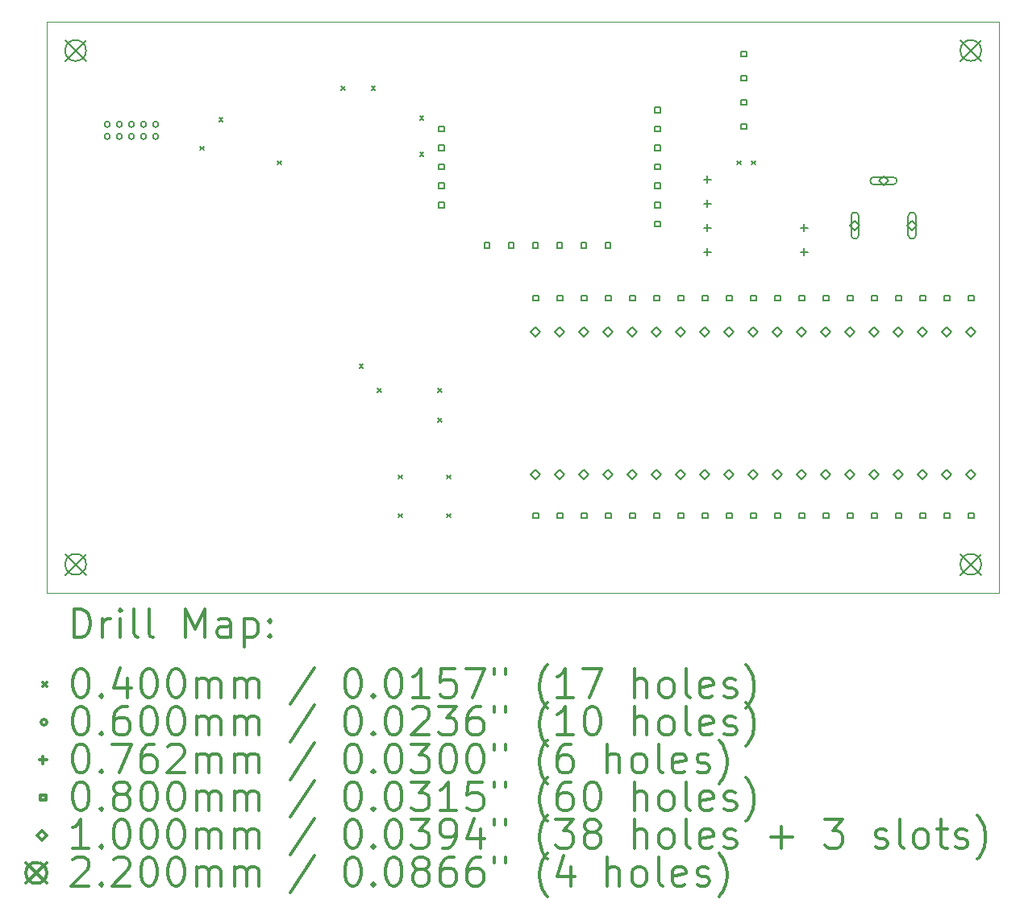
<source format=gbr>
%FSLAX45Y45*%
G04 Gerber Fmt 4.5, Leading zero omitted, Abs format (unit mm)*
G04 Created by KiCad (PCBNEW 5.1.10) date 2021-11-28 23:53:14*
%MOMM*%
%LPD*%
G01*
G04 APERTURE LIST*
%TA.AperFunction,Profile*%
%ADD10C,0.050000*%
%TD*%
%ADD11C,0.200000*%
%ADD12C,0.300000*%
G04 APERTURE END LIST*
D10*
X7936500Y-5809500D02*
X17936500Y-5809500D01*
X17936500Y-5809500D02*
X17936500Y-11809500D01*
X17936500Y-11809500D02*
X7936500Y-11809500D01*
X7936500Y-11809500D02*
X7936500Y-5809500D01*
D11*
X9542100Y-7115900D02*
X9582100Y-7155900D01*
X9582100Y-7115900D02*
X9542100Y-7155900D01*
X9742500Y-6813900D02*
X9782500Y-6853900D01*
X9782500Y-6813900D02*
X9742500Y-6853900D01*
X10354900Y-7268300D02*
X10394900Y-7308300D01*
X10394900Y-7268300D02*
X10354900Y-7308300D01*
X11025500Y-6484000D02*
X11065500Y-6524000D01*
X11065500Y-6484000D02*
X11025500Y-6524000D01*
X11216000Y-9405000D02*
X11256000Y-9445000D01*
X11256000Y-9405000D02*
X11216000Y-9445000D01*
X11343000Y-6484000D02*
X11383000Y-6524000D01*
X11383000Y-6484000D02*
X11343000Y-6524000D01*
X11406500Y-9659000D02*
X11446500Y-9699000D01*
X11446500Y-9659000D02*
X11406500Y-9699000D01*
X11624900Y-10570300D02*
X11664900Y-10610300D01*
X11664900Y-10570300D02*
X11624900Y-10610300D01*
X11624900Y-10976700D02*
X11664900Y-11016700D01*
X11664900Y-10976700D02*
X11624900Y-11016700D01*
X11851000Y-6801500D02*
X11891000Y-6841500D01*
X11891000Y-6801500D02*
X11851000Y-6841500D01*
X11851000Y-7182500D02*
X11891000Y-7222500D01*
X11891000Y-7182500D02*
X11851000Y-7222500D01*
X12041500Y-9659000D02*
X12081500Y-9699000D01*
X12081500Y-9659000D02*
X12041500Y-9699000D01*
X12041500Y-9976500D02*
X12081500Y-10016500D01*
X12081500Y-9976500D02*
X12041500Y-10016500D01*
X12132900Y-10570300D02*
X12172900Y-10610300D01*
X12172900Y-10570300D02*
X12132900Y-10610300D01*
X12132900Y-10976700D02*
X12172900Y-11016700D01*
X12172900Y-10976700D02*
X12132900Y-11016700D01*
X15180900Y-7268300D02*
X15220900Y-7308300D01*
X15220900Y-7268300D02*
X15180900Y-7308300D01*
X15333300Y-7268300D02*
X15373300Y-7308300D01*
X15373300Y-7268300D02*
X15333300Y-7308300D01*
X8599000Y-6885000D02*
G75*
G03*
X8599000Y-6885000I-30000J0D01*
G01*
X8599000Y-7012000D02*
G75*
G03*
X8599000Y-7012000I-30000J0D01*
G01*
X8726000Y-6885000D02*
G75*
G03*
X8726000Y-6885000I-30000J0D01*
G01*
X8726000Y-7012000D02*
G75*
G03*
X8726000Y-7012000I-30000J0D01*
G01*
X8853000Y-6885000D02*
G75*
G03*
X8853000Y-6885000I-30000J0D01*
G01*
X8853000Y-7012000D02*
G75*
G03*
X8853000Y-7012000I-30000J0D01*
G01*
X8980000Y-6885000D02*
G75*
G03*
X8980000Y-6885000I-30000J0D01*
G01*
X8980000Y-7012000D02*
G75*
G03*
X8980000Y-7012000I-30000J0D01*
G01*
X9107000Y-6885000D02*
G75*
G03*
X9107000Y-6885000I-30000J0D01*
G01*
X9107000Y-7012000D02*
G75*
G03*
X9107000Y-7012000I-30000J0D01*
G01*
X14870700Y-7428000D02*
X14870700Y-7504200D01*
X14832600Y-7466100D02*
X14908800Y-7466100D01*
X14870700Y-7682000D02*
X14870700Y-7758200D01*
X14832600Y-7720100D02*
X14908800Y-7720100D01*
X14870700Y-7936000D02*
X14870700Y-8012200D01*
X14832600Y-7974100D02*
X14908800Y-7974100D01*
X14870700Y-8190000D02*
X14870700Y-8266200D01*
X14832600Y-8228100D02*
X14908800Y-8228100D01*
X15886700Y-7936000D02*
X15886700Y-8012200D01*
X15848600Y-7974100D02*
X15924800Y-7974100D01*
X15886700Y-8190000D02*
X15886700Y-8266200D01*
X15848600Y-8228100D02*
X15924800Y-8228100D01*
X12105084Y-6960285D02*
X12105084Y-6903716D01*
X12048515Y-6903716D01*
X12048515Y-6960285D01*
X12105084Y-6960285D01*
X12105084Y-7160285D02*
X12105084Y-7103716D01*
X12048515Y-7103716D01*
X12048515Y-7160285D01*
X12105084Y-7160285D01*
X12105084Y-7360285D02*
X12105084Y-7303716D01*
X12048515Y-7303716D01*
X12048515Y-7360285D01*
X12105084Y-7360285D01*
X12105084Y-7560285D02*
X12105084Y-7503716D01*
X12048515Y-7503716D01*
X12048515Y-7560285D01*
X12105084Y-7560285D01*
X12105084Y-7760285D02*
X12105084Y-7703716D01*
X12048515Y-7703716D01*
X12048515Y-7760285D01*
X12105084Y-7760285D01*
X12585084Y-8183285D02*
X12585084Y-8126716D01*
X12528515Y-8126716D01*
X12528515Y-8183285D01*
X12585084Y-8183285D01*
X12839084Y-8183285D02*
X12839084Y-8126716D01*
X12782515Y-8126716D01*
X12782515Y-8183285D01*
X12839084Y-8183285D01*
X13093084Y-8183285D02*
X13093084Y-8126716D01*
X13036515Y-8126716D01*
X13036515Y-8183285D01*
X13093084Y-8183285D01*
X13095584Y-8738985D02*
X13095584Y-8682416D01*
X13039015Y-8682416D01*
X13039015Y-8738985D01*
X13095584Y-8738985D01*
X13095584Y-11024985D02*
X13095584Y-10968416D01*
X13039015Y-10968416D01*
X13039015Y-11024985D01*
X13095584Y-11024985D01*
X13347084Y-8183285D02*
X13347084Y-8126716D01*
X13290515Y-8126716D01*
X13290515Y-8183285D01*
X13347084Y-8183285D01*
X13349584Y-8738985D02*
X13349584Y-8682416D01*
X13293015Y-8682416D01*
X13293015Y-8738985D01*
X13349584Y-8738985D01*
X13349584Y-11024985D02*
X13349584Y-10968416D01*
X13293015Y-10968416D01*
X13293015Y-11024985D01*
X13349584Y-11024985D01*
X13601084Y-8183285D02*
X13601084Y-8126716D01*
X13544515Y-8126716D01*
X13544515Y-8183285D01*
X13601084Y-8183285D01*
X13603584Y-8738985D02*
X13603584Y-8682416D01*
X13547015Y-8682416D01*
X13547015Y-8738985D01*
X13603584Y-8738985D01*
X13603584Y-11024985D02*
X13603584Y-10968416D01*
X13547015Y-10968416D01*
X13547015Y-11024985D01*
X13603584Y-11024985D01*
X13855084Y-8183285D02*
X13855084Y-8126716D01*
X13798515Y-8126716D01*
X13798515Y-8183285D01*
X13855084Y-8183285D01*
X13857584Y-8738985D02*
X13857584Y-8682416D01*
X13801015Y-8682416D01*
X13801015Y-8738985D01*
X13857584Y-8738985D01*
X13857584Y-11024985D02*
X13857584Y-10968416D01*
X13801015Y-10968416D01*
X13801015Y-11024985D01*
X13857584Y-11024985D01*
X14111584Y-8738985D02*
X14111584Y-8682416D01*
X14055015Y-8682416D01*
X14055015Y-8738985D01*
X14111584Y-8738985D01*
X14111584Y-11024985D02*
X14111584Y-10968416D01*
X14055015Y-10968416D01*
X14055015Y-11024985D01*
X14111584Y-11024985D01*
X14365584Y-8738985D02*
X14365584Y-8682416D01*
X14309015Y-8682416D01*
X14309015Y-8738985D01*
X14365584Y-8738985D01*
X14365584Y-11024985D02*
X14365584Y-10968416D01*
X14309015Y-10968416D01*
X14309015Y-11024985D01*
X14365584Y-11024985D01*
X14375084Y-6760285D02*
X14375084Y-6703716D01*
X14318515Y-6703716D01*
X14318515Y-6760285D01*
X14375084Y-6760285D01*
X14375084Y-6960285D02*
X14375084Y-6903716D01*
X14318515Y-6903716D01*
X14318515Y-6960285D01*
X14375084Y-6960285D01*
X14375084Y-7160285D02*
X14375084Y-7103716D01*
X14318515Y-7103716D01*
X14318515Y-7160285D01*
X14375084Y-7160285D01*
X14375084Y-7360285D02*
X14375084Y-7303716D01*
X14318515Y-7303716D01*
X14318515Y-7360285D01*
X14375084Y-7360285D01*
X14375084Y-7560285D02*
X14375084Y-7503716D01*
X14318515Y-7503716D01*
X14318515Y-7560285D01*
X14375084Y-7560285D01*
X14375084Y-7760285D02*
X14375084Y-7703716D01*
X14318515Y-7703716D01*
X14318515Y-7760285D01*
X14375084Y-7760285D01*
X14375084Y-7960285D02*
X14375084Y-7903716D01*
X14318515Y-7903716D01*
X14318515Y-7960285D01*
X14375084Y-7960285D01*
X14619584Y-8738985D02*
X14619584Y-8682416D01*
X14563015Y-8682416D01*
X14563015Y-8738985D01*
X14619584Y-8738985D01*
X14619584Y-11024985D02*
X14619584Y-10968416D01*
X14563015Y-10968416D01*
X14563015Y-11024985D01*
X14619584Y-11024985D01*
X14873584Y-8738985D02*
X14873584Y-8682416D01*
X14817015Y-8682416D01*
X14817015Y-8738985D01*
X14873584Y-8738985D01*
X14873584Y-11024985D02*
X14873584Y-10968416D01*
X14817015Y-10968416D01*
X14817015Y-11024985D01*
X14873584Y-11024985D01*
X15127584Y-8738985D02*
X15127584Y-8682416D01*
X15071015Y-8682416D01*
X15071015Y-8738985D01*
X15127584Y-8738985D01*
X15127584Y-11024985D02*
X15127584Y-10968416D01*
X15071015Y-10968416D01*
X15071015Y-11024985D01*
X15127584Y-11024985D01*
X15279984Y-6173584D02*
X15279984Y-6117015D01*
X15223415Y-6117015D01*
X15223415Y-6173584D01*
X15279984Y-6173584D01*
X15279984Y-6427584D02*
X15279984Y-6371015D01*
X15223415Y-6371015D01*
X15223415Y-6427584D01*
X15279984Y-6427584D01*
X15279984Y-6681584D02*
X15279984Y-6625015D01*
X15223415Y-6625015D01*
X15223415Y-6681584D01*
X15279984Y-6681584D01*
X15279984Y-6935584D02*
X15279984Y-6879015D01*
X15223415Y-6879015D01*
X15223415Y-6935584D01*
X15279984Y-6935584D01*
X15381584Y-8738985D02*
X15381584Y-8682416D01*
X15325015Y-8682416D01*
X15325015Y-8738985D01*
X15381584Y-8738985D01*
X15381584Y-11024985D02*
X15381584Y-10968416D01*
X15325015Y-10968416D01*
X15325015Y-11024985D01*
X15381584Y-11024985D01*
X15635584Y-8738985D02*
X15635584Y-8682416D01*
X15579015Y-8682416D01*
X15579015Y-8738985D01*
X15635584Y-8738985D01*
X15635584Y-11024985D02*
X15635584Y-10968416D01*
X15579015Y-10968416D01*
X15579015Y-11024985D01*
X15635584Y-11024985D01*
X15889584Y-8738985D02*
X15889584Y-8682416D01*
X15833015Y-8682416D01*
X15833015Y-8738985D01*
X15889584Y-8738985D01*
X15889584Y-11024985D02*
X15889584Y-10968416D01*
X15833015Y-10968416D01*
X15833015Y-11024985D01*
X15889584Y-11024985D01*
X16143584Y-8738985D02*
X16143584Y-8682416D01*
X16087015Y-8682416D01*
X16087015Y-8738985D01*
X16143584Y-8738985D01*
X16143584Y-11024985D02*
X16143584Y-10968416D01*
X16087015Y-10968416D01*
X16087015Y-11024985D01*
X16143584Y-11024985D01*
X16397584Y-8738985D02*
X16397584Y-8682416D01*
X16341015Y-8682416D01*
X16341015Y-8738985D01*
X16397584Y-8738985D01*
X16397584Y-11024985D02*
X16397584Y-10968416D01*
X16341015Y-10968416D01*
X16341015Y-11024985D01*
X16397584Y-11024985D01*
X16651584Y-8738985D02*
X16651584Y-8682416D01*
X16595015Y-8682416D01*
X16595015Y-8738985D01*
X16651584Y-8738985D01*
X16651584Y-11024985D02*
X16651584Y-10968416D01*
X16595015Y-10968416D01*
X16595015Y-11024985D01*
X16651584Y-11024985D01*
X16905585Y-8738985D02*
X16905585Y-8682416D01*
X16849016Y-8682416D01*
X16849016Y-8738985D01*
X16905585Y-8738985D01*
X16905585Y-11024985D02*
X16905585Y-10968416D01*
X16849016Y-10968416D01*
X16849016Y-11024985D01*
X16905585Y-11024985D01*
X17159585Y-8738985D02*
X17159585Y-8682416D01*
X17103016Y-8682416D01*
X17103016Y-8738985D01*
X17159585Y-8738985D01*
X17159585Y-11024985D02*
X17159585Y-10968416D01*
X17103016Y-10968416D01*
X17103016Y-11024985D01*
X17159585Y-11024985D01*
X17413585Y-8738985D02*
X17413585Y-8682416D01*
X17357016Y-8682416D01*
X17357016Y-8738985D01*
X17413585Y-8738985D01*
X17413585Y-11024985D02*
X17413585Y-10968416D01*
X17357016Y-10968416D01*
X17357016Y-11024985D01*
X17413585Y-11024985D01*
X17667585Y-8738985D02*
X17667585Y-8682416D01*
X17611016Y-8682416D01*
X17611016Y-8738985D01*
X17667585Y-8738985D01*
X17667585Y-11024985D02*
X17667585Y-10968416D01*
X17611016Y-10968416D01*
X17611016Y-11024985D01*
X17667585Y-11024985D01*
X13067300Y-9116300D02*
X13117300Y-9066300D01*
X13067300Y-9016300D01*
X13017300Y-9066300D01*
X13067300Y-9116300D01*
X13067300Y-10618000D02*
X13117300Y-10568000D01*
X13067300Y-10518000D01*
X13017300Y-10568000D01*
X13067300Y-10618000D01*
X13321300Y-9116300D02*
X13371300Y-9066300D01*
X13321300Y-9016300D01*
X13271300Y-9066300D01*
X13321300Y-9116300D01*
X13321300Y-10618000D02*
X13371300Y-10568000D01*
X13321300Y-10518000D01*
X13271300Y-10568000D01*
X13321300Y-10618000D01*
X13575300Y-9116300D02*
X13625300Y-9066300D01*
X13575300Y-9016300D01*
X13525300Y-9066300D01*
X13575300Y-9116300D01*
X13575300Y-10618000D02*
X13625300Y-10568000D01*
X13575300Y-10518000D01*
X13525300Y-10568000D01*
X13575300Y-10618000D01*
X13829300Y-9116300D02*
X13879300Y-9066300D01*
X13829300Y-9016300D01*
X13779300Y-9066300D01*
X13829300Y-9116300D01*
X13829300Y-10618000D02*
X13879300Y-10568000D01*
X13829300Y-10518000D01*
X13779300Y-10568000D01*
X13829300Y-10618000D01*
X14083300Y-9116300D02*
X14133300Y-9066300D01*
X14083300Y-9016300D01*
X14033300Y-9066300D01*
X14083300Y-9116300D01*
X14083300Y-10618000D02*
X14133300Y-10568000D01*
X14083300Y-10518000D01*
X14033300Y-10568000D01*
X14083300Y-10618000D01*
X14337300Y-9116300D02*
X14387300Y-9066300D01*
X14337300Y-9016300D01*
X14287300Y-9066300D01*
X14337300Y-9116300D01*
X14337300Y-10618000D02*
X14387300Y-10568000D01*
X14337300Y-10518000D01*
X14287300Y-10568000D01*
X14337300Y-10618000D01*
X14591300Y-9116300D02*
X14641300Y-9066300D01*
X14591300Y-9016300D01*
X14541300Y-9066300D01*
X14591300Y-9116300D01*
X14591300Y-10618000D02*
X14641300Y-10568000D01*
X14591300Y-10518000D01*
X14541300Y-10568000D01*
X14591300Y-10618000D01*
X14845300Y-9116300D02*
X14895300Y-9066300D01*
X14845300Y-9016300D01*
X14795300Y-9066300D01*
X14845300Y-9116300D01*
X14845300Y-10618000D02*
X14895300Y-10568000D01*
X14845300Y-10518000D01*
X14795300Y-10568000D01*
X14845300Y-10618000D01*
X15099300Y-9116300D02*
X15149300Y-9066300D01*
X15099300Y-9016300D01*
X15049300Y-9066300D01*
X15099300Y-9116300D01*
X15099300Y-10618000D02*
X15149300Y-10568000D01*
X15099300Y-10518000D01*
X15049300Y-10568000D01*
X15099300Y-10618000D01*
X15353300Y-9116300D02*
X15403300Y-9066300D01*
X15353300Y-9016300D01*
X15303300Y-9066300D01*
X15353300Y-9116300D01*
X15353300Y-10618000D02*
X15403300Y-10568000D01*
X15353300Y-10518000D01*
X15303300Y-10568000D01*
X15353300Y-10618000D01*
X15607300Y-9116300D02*
X15657300Y-9066300D01*
X15607300Y-9016300D01*
X15557300Y-9066300D01*
X15607300Y-9116300D01*
X15607300Y-10618000D02*
X15657300Y-10568000D01*
X15607300Y-10518000D01*
X15557300Y-10568000D01*
X15607300Y-10618000D01*
X15861300Y-9116300D02*
X15911300Y-9066300D01*
X15861300Y-9016300D01*
X15811300Y-9066300D01*
X15861300Y-9116300D01*
X15861300Y-10618000D02*
X15911300Y-10568000D01*
X15861300Y-10518000D01*
X15811300Y-10568000D01*
X15861300Y-10618000D01*
X16115300Y-9116300D02*
X16165300Y-9066300D01*
X16115300Y-9016300D01*
X16065300Y-9066300D01*
X16115300Y-9116300D01*
X16115300Y-10618000D02*
X16165300Y-10568000D01*
X16115300Y-10518000D01*
X16065300Y-10568000D01*
X16115300Y-10618000D01*
X16369300Y-9116300D02*
X16419300Y-9066300D01*
X16369300Y-9016300D01*
X16319300Y-9066300D01*
X16369300Y-9116300D01*
X16369300Y-10618000D02*
X16419300Y-10568000D01*
X16369300Y-10518000D01*
X16319300Y-10568000D01*
X16369300Y-10618000D01*
X16420100Y-7998700D02*
X16470100Y-7948700D01*
X16420100Y-7898700D01*
X16370100Y-7948700D01*
X16420100Y-7998700D01*
X16460100Y-8048700D02*
X16460100Y-7848700D01*
X16380100Y-8048700D02*
X16380100Y-7848700D01*
X16460100Y-7848700D02*
G75*
G03*
X16380100Y-7848700I-40000J0D01*
G01*
X16380100Y-8048700D02*
G75*
G03*
X16460100Y-8048700I40000J0D01*
G01*
X16623300Y-9116300D02*
X16673300Y-9066300D01*
X16623300Y-9016300D01*
X16573300Y-9066300D01*
X16623300Y-9116300D01*
X16623300Y-10618000D02*
X16673300Y-10568000D01*
X16623300Y-10518000D01*
X16573300Y-10568000D01*
X16623300Y-10618000D01*
X16720100Y-7528700D02*
X16770100Y-7478700D01*
X16720100Y-7428700D01*
X16670100Y-7478700D01*
X16720100Y-7528700D01*
X16820100Y-7438700D02*
X16620100Y-7438700D01*
X16820100Y-7518700D02*
X16620100Y-7518700D01*
X16620100Y-7438700D02*
G75*
G03*
X16620100Y-7518700I0J-40000D01*
G01*
X16820100Y-7518700D02*
G75*
G03*
X16820100Y-7438700I0J40000D01*
G01*
X16877300Y-9116300D02*
X16927300Y-9066300D01*
X16877300Y-9016300D01*
X16827300Y-9066300D01*
X16877300Y-9116300D01*
X16877300Y-10618000D02*
X16927300Y-10568000D01*
X16877300Y-10518000D01*
X16827300Y-10568000D01*
X16877300Y-10618000D01*
X17020100Y-7998700D02*
X17070100Y-7948700D01*
X17020100Y-7898700D01*
X16970100Y-7948700D01*
X17020100Y-7998700D01*
X17060100Y-8048700D02*
X17060100Y-7848700D01*
X16980100Y-8048700D02*
X16980100Y-7848700D01*
X17060100Y-7848700D02*
G75*
G03*
X16980100Y-7848700I-40000J0D01*
G01*
X16980100Y-8048700D02*
G75*
G03*
X17060100Y-8048700I40000J0D01*
G01*
X17131300Y-9116300D02*
X17181300Y-9066300D01*
X17131300Y-9016300D01*
X17081300Y-9066300D01*
X17131300Y-9116300D01*
X17131300Y-10618000D02*
X17181300Y-10568000D01*
X17131300Y-10518000D01*
X17081300Y-10568000D01*
X17131300Y-10618000D01*
X17385300Y-9116300D02*
X17435300Y-9066300D01*
X17385300Y-9016300D01*
X17335300Y-9066300D01*
X17385300Y-9116300D01*
X17385300Y-10618000D02*
X17435300Y-10568000D01*
X17385300Y-10518000D01*
X17335300Y-10568000D01*
X17385300Y-10618000D01*
X17639300Y-9116300D02*
X17689300Y-9066300D01*
X17639300Y-9016300D01*
X17589300Y-9066300D01*
X17639300Y-9116300D01*
X17639300Y-10618000D02*
X17689300Y-10568000D01*
X17639300Y-10518000D01*
X17589300Y-10568000D01*
X17639300Y-10618000D01*
X8126500Y-5999500D02*
X8346500Y-6219500D01*
X8346500Y-5999500D02*
X8126500Y-6219500D01*
X8346500Y-6109500D02*
G75*
G03*
X8346500Y-6109500I-110000J0D01*
G01*
X8126500Y-11399500D02*
X8346500Y-11619500D01*
X8346500Y-11399500D02*
X8126500Y-11619500D01*
X8346500Y-11509500D02*
G75*
G03*
X8346500Y-11509500I-110000J0D01*
G01*
X17526500Y-5999500D02*
X17746500Y-6219500D01*
X17746500Y-5999500D02*
X17526500Y-6219500D01*
X17746500Y-6109500D02*
G75*
G03*
X17746500Y-6109500I-110000J0D01*
G01*
X17526500Y-11399500D02*
X17746500Y-11619500D01*
X17746500Y-11399500D02*
X17526500Y-11619500D01*
X17746500Y-11509500D02*
G75*
G03*
X17746500Y-11509500I-110000J0D01*
G01*
D12*
X8220428Y-12277714D02*
X8220428Y-11977714D01*
X8291857Y-11977714D01*
X8334714Y-11992000D01*
X8363286Y-12020571D01*
X8377571Y-12049143D01*
X8391857Y-12106286D01*
X8391857Y-12149143D01*
X8377571Y-12206286D01*
X8363286Y-12234857D01*
X8334714Y-12263429D01*
X8291857Y-12277714D01*
X8220428Y-12277714D01*
X8520428Y-12277714D02*
X8520428Y-12077714D01*
X8520428Y-12134857D02*
X8534714Y-12106286D01*
X8549000Y-12092000D01*
X8577571Y-12077714D01*
X8606143Y-12077714D01*
X8706143Y-12277714D02*
X8706143Y-12077714D01*
X8706143Y-11977714D02*
X8691857Y-11992000D01*
X8706143Y-12006286D01*
X8720428Y-11992000D01*
X8706143Y-11977714D01*
X8706143Y-12006286D01*
X8891857Y-12277714D02*
X8863286Y-12263429D01*
X8849000Y-12234857D01*
X8849000Y-11977714D01*
X9049000Y-12277714D02*
X9020428Y-12263429D01*
X9006143Y-12234857D01*
X9006143Y-11977714D01*
X9391857Y-12277714D02*
X9391857Y-11977714D01*
X9491857Y-12192000D01*
X9591857Y-11977714D01*
X9591857Y-12277714D01*
X9863286Y-12277714D02*
X9863286Y-12120571D01*
X9849000Y-12092000D01*
X9820428Y-12077714D01*
X9763286Y-12077714D01*
X9734714Y-12092000D01*
X9863286Y-12263429D02*
X9834714Y-12277714D01*
X9763286Y-12277714D01*
X9734714Y-12263429D01*
X9720428Y-12234857D01*
X9720428Y-12206286D01*
X9734714Y-12177714D01*
X9763286Y-12163429D01*
X9834714Y-12163429D01*
X9863286Y-12149143D01*
X10006143Y-12077714D02*
X10006143Y-12377714D01*
X10006143Y-12092000D02*
X10034714Y-12077714D01*
X10091857Y-12077714D01*
X10120428Y-12092000D01*
X10134714Y-12106286D01*
X10149000Y-12134857D01*
X10149000Y-12220571D01*
X10134714Y-12249143D01*
X10120428Y-12263429D01*
X10091857Y-12277714D01*
X10034714Y-12277714D01*
X10006143Y-12263429D01*
X10277571Y-12249143D02*
X10291857Y-12263429D01*
X10277571Y-12277714D01*
X10263286Y-12263429D01*
X10277571Y-12249143D01*
X10277571Y-12277714D01*
X10277571Y-12092000D02*
X10291857Y-12106286D01*
X10277571Y-12120571D01*
X10263286Y-12106286D01*
X10277571Y-12092000D01*
X10277571Y-12120571D01*
X7894000Y-12752000D02*
X7934000Y-12792000D01*
X7934000Y-12752000D02*
X7894000Y-12792000D01*
X8277571Y-12607714D02*
X8306143Y-12607714D01*
X8334714Y-12622000D01*
X8349000Y-12636286D01*
X8363286Y-12664857D01*
X8377571Y-12722000D01*
X8377571Y-12793429D01*
X8363286Y-12850571D01*
X8349000Y-12879143D01*
X8334714Y-12893429D01*
X8306143Y-12907714D01*
X8277571Y-12907714D01*
X8249000Y-12893429D01*
X8234714Y-12879143D01*
X8220428Y-12850571D01*
X8206143Y-12793429D01*
X8206143Y-12722000D01*
X8220428Y-12664857D01*
X8234714Y-12636286D01*
X8249000Y-12622000D01*
X8277571Y-12607714D01*
X8506143Y-12879143D02*
X8520428Y-12893429D01*
X8506143Y-12907714D01*
X8491857Y-12893429D01*
X8506143Y-12879143D01*
X8506143Y-12907714D01*
X8777571Y-12707714D02*
X8777571Y-12907714D01*
X8706143Y-12593429D02*
X8634714Y-12807714D01*
X8820428Y-12807714D01*
X8991857Y-12607714D02*
X9020428Y-12607714D01*
X9049000Y-12622000D01*
X9063286Y-12636286D01*
X9077571Y-12664857D01*
X9091857Y-12722000D01*
X9091857Y-12793429D01*
X9077571Y-12850571D01*
X9063286Y-12879143D01*
X9049000Y-12893429D01*
X9020428Y-12907714D01*
X8991857Y-12907714D01*
X8963286Y-12893429D01*
X8949000Y-12879143D01*
X8934714Y-12850571D01*
X8920428Y-12793429D01*
X8920428Y-12722000D01*
X8934714Y-12664857D01*
X8949000Y-12636286D01*
X8963286Y-12622000D01*
X8991857Y-12607714D01*
X9277571Y-12607714D02*
X9306143Y-12607714D01*
X9334714Y-12622000D01*
X9349000Y-12636286D01*
X9363286Y-12664857D01*
X9377571Y-12722000D01*
X9377571Y-12793429D01*
X9363286Y-12850571D01*
X9349000Y-12879143D01*
X9334714Y-12893429D01*
X9306143Y-12907714D01*
X9277571Y-12907714D01*
X9249000Y-12893429D01*
X9234714Y-12879143D01*
X9220428Y-12850571D01*
X9206143Y-12793429D01*
X9206143Y-12722000D01*
X9220428Y-12664857D01*
X9234714Y-12636286D01*
X9249000Y-12622000D01*
X9277571Y-12607714D01*
X9506143Y-12907714D02*
X9506143Y-12707714D01*
X9506143Y-12736286D02*
X9520428Y-12722000D01*
X9549000Y-12707714D01*
X9591857Y-12707714D01*
X9620428Y-12722000D01*
X9634714Y-12750571D01*
X9634714Y-12907714D01*
X9634714Y-12750571D02*
X9649000Y-12722000D01*
X9677571Y-12707714D01*
X9720428Y-12707714D01*
X9749000Y-12722000D01*
X9763286Y-12750571D01*
X9763286Y-12907714D01*
X9906143Y-12907714D02*
X9906143Y-12707714D01*
X9906143Y-12736286D02*
X9920428Y-12722000D01*
X9949000Y-12707714D01*
X9991857Y-12707714D01*
X10020428Y-12722000D01*
X10034714Y-12750571D01*
X10034714Y-12907714D01*
X10034714Y-12750571D02*
X10049000Y-12722000D01*
X10077571Y-12707714D01*
X10120428Y-12707714D01*
X10149000Y-12722000D01*
X10163286Y-12750571D01*
X10163286Y-12907714D01*
X10749000Y-12593429D02*
X10491857Y-12979143D01*
X11134714Y-12607714D02*
X11163286Y-12607714D01*
X11191857Y-12622000D01*
X11206143Y-12636286D01*
X11220428Y-12664857D01*
X11234714Y-12722000D01*
X11234714Y-12793429D01*
X11220428Y-12850571D01*
X11206143Y-12879143D01*
X11191857Y-12893429D01*
X11163286Y-12907714D01*
X11134714Y-12907714D01*
X11106143Y-12893429D01*
X11091857Y-12879143D01*
X11077571Y-12850571D01*
X11063286Y-12793429D01*
X11063286Y-12722000D01*
X11077571Y-12664857D01*
X11091857Y-12636286D01*
X11106143Y-12622000D01*
X11134714Y-12607714D01*
X11363286Y-12879143D02*
X11377571Y-12893429D01*
X11363286Y-12907714D01*
X11349000Y-12893429D01*
X11363286Y-12879143D01*
X11363286Y-12907714D01*
X11563286Y-12607714D02*
X11591857Y-12607714D01*
X11620428Y-12622000D01*
X11634714Y-12636286D01*
X11649000Y-12664857D01*
X11663286Y-12722000D01*
X11663286Y-12793429D01*
X11649000Y-12850571D01*
X11634714Y-12879143D01*
X11620428Y-12893429D01*
X11591857Y-12907714D01*
X11563286Y-12907714D01*
X11534714Y-12893429D01*
X11520428Y-12879143D01*
X11506143Y-12850571D01*
X11491857Y-12793429D01*
X11491857Y-12722000D01*
X11506143Y-12664857D01*
X11520428Y-12636286D01*
X11534714Y-12622000D01*
X11563286Y-12607714D01*
X11949000Y-12907714D02*
X11777571Y-12907714D01*
X11863286Y-12907714D02*
X11863286Y-12607714D01*
X11834714Y-12650571D01*
X11806143Y-12679143D01*
X11777571Y-12693429D01*
X12220428Y-12607714D02*
X12077571Y-12607714D01*
X12063286Y-12750571D01*
X12077571Y-12736286D01*
X12106143Y-12722000D01*
X12177571Y-12722000D01*
X12206143Y-12736286D01*
X12220428Y-12750571D01*
X12234714Y-12779143D01*
X12234714Y-12850571D01*
X12220428Y-12879143D01*
X12206143Y-12893429D01*
X12177571Y-12907714D01*
X12106143Y-12907714D01*
X12077571Y-12893429D01*
X12063286Y-12879143D01*
X12334714Y-12607714D02*
X12534714Y-12607714D01*
X12406143Y-12907714D01*
X12634714Y-12607714D02*
X12634714Y-12664857D01*
X12749000Y-12607714D02*
X12749000Y-12664857D01*
X13191857Y-13022000D02*
X13177571Y-13007714D01*
X13149000Y-12964857D01*
X13134714Y-12936286D01*
X13120428Y-12893429D01*
X13106143Y-12822000D01*
X13106143Y-12764857D01*
X13120428Y-12693429D01*
X13134714Y-12650571D01*
X13149000Y-12622000D01*
X13177571Y-12579143D01*
X13191857Y-12564857D01*
X13463286Y-12907714D02*
X13291857Y-12907714D01*
X13377571Y-12907714D02*
X13377571Y-12607714D01*
X13349000Y-12650571D01*
X13320428Y-12679143D01*
X13291857Y-12693429D01*
X13563286Y-12607714D02*
X13763286Y-12607714D01*
X13634714Y-12907714D01*
X14106143Y-12907714D02*
X14106143Y-12607714D01*
X14234714Y-12907714D02*
X14234714Y-12750571D01*
X14220428Y-12722000D01*
X14191857Y-12707714D01*
X14149000Y-12707714D01*
X14120428Y-12722000D01*
X14106143Y-12736286D01*
X14420428Y-12907714D02*
X14391857Y-12893429D01*
X14377571Y-12879143D01*
X14363286Y-12850571D01*
X14363286Y-12764857D01*
X14377571Y-12736286D01*
X14391857Y-12722000D01*
X14420428Y-12707714D01*
X14463286Y-12707714D01*
X14491857Y-12722000D01*
X14506143Y-12736286D01*
X14520428Y-12764857D01*
X14520428Y-12850571D01*
X14506143Y-12879143D01*
X14491857Y-12893429D01*
X14463286Y-12907714D01*
X14420428Y-12907714D01*
X14691857Y-12907714D02*
X14663286Y-12893429D01*
X14649000Y-12864857D01*
X14649000Y-12607714D01*
X14920428Y-12893429D02*
X14891857Y-12907714D01*
X14834714Y-12907714D01*
X14806143Y-12893429D01*
X14791857Y-12864857D01*
X14791857Y-12750571D01*
X14806143Y-12722000D01*
X14834714Y-12707714D01*
X14891857Y-12707714D01*
X14920428Y-12722000D01*
X14934714Y-12750571D01*
X14934714Y-12779143D01*
X14791857Y-12807714D01*
X15049000Y-12893429D02*
X15077571Y-12907714D01*
X15134714Y-12907714D01*
X15163286Y-12893429D01*
X15177571Y-12864857D01*
X15177571Y-12850571D01*
X15163286Y-12822000D01*
X15134714Y-12807714D01*
X15091857Y-12807714D01*
X15063286Y-12793429D01*
X15049000Y-12764857D01*
X15049000Y-12750571D01*
X15063286Y-12722000D01*
X15091857Y-12707714D01*
X15134714Y-12707714D01*
X15163286Y-12722000D01*
X15277571Y-13022000D02*
X15291857Y-13007714D01*
X15320428Y-12964857D01*
X15334714Y-12936286D01*
X15349000Y-12893429D01*
X15363286Y-12822000D01*
X15363286Y-12764857D01*
X15349000Y-12693429D01*
X15334714Y-12650571D01*
X15320428Y-12622000D01*
X15291857Y-12579143D01*
X15277571Y-12564857D01*
X7934000Y-13168000D02*
G75*
G03*
X7934000Y-13168000I-30000J0D01*
G01*
X8277571Y-13003714D02*
X8306143Y-13003714D01*
X8334714Y-13018000D01*
X8349000Y-13032286D01*
X8363286Y-13060857D01*
X8377571Y-13118000D01*
X8377571Y-13189429D01*
X8363286Y-13246571D01*
X8349000Y-13275143D01*
X8334714Y-13289429D01*
X8306143Y-13303714D01*
X8277571Y-13303714D01*
X8249000Y-13289429D01*
X8234714Y-13275143D01*
X8220428Y-13246571D01*
X8206143Y-13189429D01*
X8206143Y-13118000D01*
X8220428Y-13060857D01*
X8234714Y-13032286D01*
X8249000Y-13018000D01*
X8277571Y-13003714D01*
X8506143Y-13275143D02*
X8520428Y-13289429D01*
X8506143Y-13303714D01*
X8491857Y-13289429D01*
X8506143Y-13275143D01*
X8506143Y-13303714D01*
X8777571Y-13003714D02*
X8720428Y-13003714D01*
X8691857Y-13018000D01*
X8677571Y-13032286D01*
X8649000Y-13075143D01*
X8634714Y-13132286D01*
X8634714Y-13246571D01*
X8649000Y-13275143D01*
X8663286Y-13289429D01*
X8691857Y-13303714D01*
X8749000Y-13303714D01*
X8777571Y-13289429D01*
X8791857Y-13275143D01*
X8806143Y-13246571D01*
X8806143Y-13175143D01*
X8791857Y-13146571D01*
X8777571Y-13132286D01*
X8749000Y-13118000D01*
X8691857Y-13118000D01*
X8663286Y-13132286D01*
X8649000Y-13146571D01*
X8634714Y-13175143D01*
X8991857Y-13003714D02*
X9020428Y-13003714D01*
X9049000Y-13018000D01*
X9063286Y-13032286D01*
X9077571Y-13060857D01*
X9091857Y-13118000D01*
X9091857Y-13189429D01*
X9077571Y-13246571D01*
X9063286Y-13275143D01*
X9049000Y-13289429D01*
X9020428Y-13303714D01*
X8991857Y-13303714D01*
X8963286Y-13289429D01*
X8949000Y-13275143D01*
X8934714Y-13246571D01*
X8920428Y-13189429D01*
X8920428Y-13118000D01*
X8934714Y-13060857D01*
X8949000Y-13032286D01*
X8963286Y-13018000D01*
X8991857Y-13003714D01*
X9277571Y-13003714D02*
X9306143Y-13003714D01*
X9334714Y-13018000D01*
X9349000Y-13032286D01*
X9363286Y-13060857D01*
X9377571Y-13118000D01*
X9377571Y-13189429D01*
X9363286Y-13246571D01*
X9349000Y-13275143D01*
X9334714Y-13289429D01*
X9306143Y-13303714D01*
X9277571Y-13303714D01*
X9249000Y-13289429D01*
X9234714Y-13275143D01*
X9220428Y-13246571D01*
X9206143Y-13189429D01*
X9206143Y-13118000D01*
X9220428Y-13060857D01*
X9234714Y-13032286D01*
X9249000Y-13018000D01*
X9277571Y-13003714D01*
X9506143Y-13303714D02*
X9506143Y-13103714D01*
X9506143Y-13132286D02*
X9520428Y-13118000D01*
X9549000Y-13103714D01*
X9591857Y-13103714D01*
X9620428Y-13118000D01*
X9634714Y-13146571D01*
X9634714Y-13303714D01*
X9634714Y-13146571D02*
X9649000Y-13118000D01*
X9677571Y-13103714D01*
X9720428Y-13103714D01*
X9749000Y-13118000D01*
X9763286Y-13146571D01*
X9763286Y-13303714D01*
X9906143Y-13303714D02*
X9906143Y-13103714D01*
X9906143Y-13132286D02*
X9920428Y-13118000D01*
X9949000Y-13103714D01*
X9991857Y-13103714D01*
X10020428Y-13118000D01*
X10034714Y-13146571D01*
X10034714Y-13303714D01*
X10034714Y-13146571D02*
X10049000Y-13118000D01*
X10077571Y-13103714D01*
X10120428Y-13103714D01*
X10149000Y-13118000D01*
X10163286Y-13146571D01*
X10163286Y-13303714D01*
X10749000Y-12989429D02*
X10491857Y-13375143D01*
X11134714Y-13003714D02*
X11163286Y-13003714D01*
X11191857Y-13018000D01*
X11206143Y-13032286D01*
X11220428Y-13060857D01*
X11234714Y-13118000D01*
X11234714Y-13189429D01*
X11220428Y-13246571D01*
X11206143Y-13275143D01*
X11191857Y-13289429D01*
X11163286Y-13303714D01*
X11134714Y-13303714D01*
X11106143Y-13289429D01*
X11091857Y-13275143D01*
X11077571Y-13246571D01*
X11063286Y-13189429D01*
X11063286Y-13118000D01*
X11077571Y-13060857D01*
X11091857Y-13032286D01*
X11106143Y-13018000D01*
X11134714Y-13003714D01*
X11363286Y-13275143D02*
X11377571Y-13289429D01*
X11363286Y-13303714D01*
X11349000Y-13289429D01*
X11363286Y-13275143D01*
X11363286Y-13303714D01*
X11563286Y-13003714D02*
X11591857Y-13003714D01*
X11620428Y-13018000D01*
X11634714Y-13032286D01*
X11649000Y-13060857D01*
X11663286Y-13118000D01*
X11663286Y-13189429D01*
X11649000Y-13246571D01*
X11634714Y-13275143D01*
X11620428Y-13289429D01*
X11591857Y-13303714D01*
X11563286Y-13303714D01*
X11534714Y-13289429D01*
X11520428Y-13275143D01*
X11506143Y-13246571D01*
X11491857Y-13189429D01*
X11491857Y-13118000D01*
X11506143Y-13060857D01*
X11520428Y-13032286D01*
X11534714Y-13018000D01*
X11563286Y-13003714D01*
X11777571Y-13032286D02*
X11791857Y-13018000D01*
X11820428Y-13003714D01*
X11891857Y-13003714D01*
X11920428Y-13018000D01*
X11934714Y-13032286D01*
X11949000Y-13060857D01*
X11949000Y-13089429D01*
X11934714Y-13132286D01*
X11763286Y-13303714D01*
X11949000Y-13303714D01*
X12049000Y-13003714D02*
X12234714Y-13003714D01*
X12134714Y-13118000D01*
X12177571Y-13118000D01*
X12206143Y-13132286D01*
X12220428Y-13146571D01*
X12234714Y-13175143D01*
X12234714Y-13246571D01*
X12220428Y-13275143D01*
X12206143Y-13289429D01*
X12177571Y-13303714D01*
X12091857Y-13303714D01*
X12063286Y-13289429D01*
X12049000Y-13275143D01*
X12491857Y-13003714D02*
X12434714Y-13003714D01*
X12406143Y-13018000D01*
X12391857Y-13032286D01*
X12363286Y-13075143D01*
X12349000Y-13132286D01*
X12349000Y-13246571D01*
X12363286Y-13275143D01*
X12377571Y-13289429D01*
X12406143Y-13303714D01*
X12463286Y-13303714D01*
X12491857Y-13289429D01*
X12506143Y-13275143D01*
X12520428Y-13246571D01*
X12520428Y-13175143D01*
X12506143Y-13146571D01*
X12491857Y-13132286D01*
X12463286Y-13118000D01*
X12406143Y-13118000D01*
X12377571Y-13132286D01*
X12363286Y-13146571D01*
X12349000Y-13175143D01*
X12634714Y-13003714D02*
X12634714Y-13060857D01*
X12749000Y-13003714D02*
X12749000Y-13060857D01*
X13191857Y-13418000D02*
X13177571Y-13403714D01*
X13149000Y-13360857D01*
X13134714Y-13332286D01*
X13120428Y-13289429D01*
X13106143Y-13218000D01*
X13106143Y-13160857D01*
X13120428Y-13089429D01*
X13134714Y-13046571D01*
X13149000Y-13018000D01*
X13177571Y-12975143D01*
X13191857Y-12960857D01*
X13463286Y-13303714D02*
X13291857Y-13303714D01*
X13377571Y-13303714D02*
X13377571Y-13003714D01*
X13349000Y-13046571D01*
X13320428Y-13075143D01*
X13291857Y-13089429D01*
X13649000Y-13003714D02*
X13677571Y-13003714D01*
X13706143Y-13018000D01*
X13720428Y-13032286D01*
X13734714Y-13060857D01*
X13749000Y-13118000D01*
X13749000Y-13189429D01*
X13734714Y-13246571D01*
X13720428Y-13275143D01*
X13706143Y-13289429D01*
X13677571Y-13303714D01*
X13649000Y-13303714D01*
X13620428Y-13289429D01*
X13606143Y-13275143D01*
X13591857Y-13246571D01*
X13577571Y-13189429D01*
X13577571Y-13118000D01*
X13591857Y-13060857D01*
X13606143Y-13032286D01*
X13620428Y-13018000D01*
X13649000Y-13003714D01*
X14106143Y-13303714D02*
X14106143Y-13003714D01*
X14234714Y-13303714D02*
X14234714Y-13146571D01*
X14220428Y-13118000D01*
X14191857Y-13103714D01*
X14149000Y-13103714D01*
X14120428Y-13118000D01*
X14106143Y-13132286D01*
X14420428Y-13303714D02*
X14391857Y-13289429D01*
X14377571Y-13275143D01*
X14363286Y-13246571D01*
X14363286Y-13160857D01*
X14377571Y-13132286D01*
X14391857Y-13118000D01*
X14420428Y-13103714D01*
X14463286Y-13103714D01*
X14491857Y-13118000D01*
X14506143Y-13132286D01*
X14520428Y-13160857D01*
X14520428Y-13246571D01*
X14506143Y-13275143D01*
X14491857Y-13289429D01*
X14463286Y-13303714D01*
X14420428Y-13303714D01*
X14691857Y-13303714D02*
X14663286Y-13289429D01*
X14649000Y-13260857D01*
X14649000Y-13003714D01*
X14920428Y-13289429D02*
X14891857Y-13303714D01*
X14834714Y-13303714D01*
X14806143Y-13289429D01*
X14791857Y-13260857D01*
X14791857Y-13146571D01*
X14806143Y-13118000D01*
X14834714Y-13103714D01*
X14891857Y-13103714D01*
X14920428Y-13118000D01*
X14934714Y-13146571D01*
X14934714Y-13175143D01*
X14791857Y-13203714D01*
X15049000Y-13289429D02*
X15077571Y-13303714D01*
X15134714Y-13303714D01*
X15163286Y-13289429D01*
X15177571Y-13260857D01*
X15177571Y-13246571D01*
X15163286Y-13218000D01*
X15134714Y-13203714D01*
X15091857Y-13203714D01*
X15063286Y-13189429D01*
X15049000Y-13160857D01*
X15049000Y-13146571D01*
X15063286Y-13118000D01*
X15091857Y-13103714D01*
X15134714Y-13103714D01*
X15163286Y-13118000D01*
X15277571Y-13418000D02*
X15291857Y-13403714D01*
X15320428Y-13360857D01*
X15334714Y-13332286D01*
X15349000Y-13289429D01*
X15363286Y-13218000D01*
X15363286Y-13160857D01*
X15349000Y-13089429D01*
X15334714Y-13046571D01*
X15320428Y-13018000D01*
X15291857Y-12975143D01*
X15277571Y-12960857D01*
X7895900Y-13525900D02*
X7895900Y-13602100D01*
X7857800Y-13564000D02*
X7934000Y-13564000D01*
X8277571Y-13399714D02*
X8306143Y-13399714D01*
X8334714Y-13414000D01*
X8349000Y-13428286D01*
X8363286Y-13456857D01*
X8377571Y-13514000D01*
X8377571Y-13585429D01*
X8363286Y-13642571D01*
X8349000Y-13671143D01*
X8334714Y-13685429D01*
X8306143Y-13699714D01*
X8277571Y-13699714D01*
X8249000Y-13685429D01*
X8234714Y-13671143D01*
X8220428Y-13642571D01*
X8206143Y-13585429D01*
X8206143Y-13514000D01*
X8220428Y-13456857D01*
X8234714Y-13428286D01*
X8249000Y-13414000D01*
X8277571Y-13399714D01*
X8506143Y-13671143D02*
X8520428Y-13685429D01*
X8506143Y-13699714D01*
X8491857Y-13685429D01*
X8506143Y-13671143D01*
X8506143Y-13699714D01*
X8620428Y-13399714D02*
X8820428Y-13399714D01*
X8691857Y-13699714D01*
X9063286Y-13399714D02*
X9006143Y-13399714D01*
X8977571Y-13414000D01*
X8963286Y-13428286D01*
X8934714Y-13471143D01*
X8920428Y-13528286D01*
X8920428Y-13642571D01*
X8934714Y-13671143D01*
X8949000Y-13685429D01*
X8977571Y-13699714D01*
X9034714Y-13699714D01*
X9063286Y-13685429D01*
X9077571Y-13671143D01*
X9091857Y-13642571D01*
X9091857Y-13571143D01*
X9077571Y-13542571D01*
X9063286Y-13528286D01*
X9034714Y-13514000D01*
X8977571Y-13514000D01*
X8949000Y-13528286D01*
X8934714Y-13542571D01*
X8920428Y-13571143D01*
X9206143Y-13428286D02*
X9220428Y-13414000D01*
X9249000Y-13399714D01*
X9320428Y-13399714D01*
X9349000Y-13414000D01*
X9363286Y-13428286D01*
X9377571Y-13456857D01*
X9377571Y-13485429D01*
X9363286Y-13528286D01*
X9191857Y-13699714D01*
X9377571Y-13699714D01*
X9506143Y-13699714D02*
X9506143Y-13499714D01*
X9506143Y-13528286D02*
X9520428Y-13514000D01*
X9549000Y-13499714D01*
X9591857Y-13499714D01*
X9620428Y-13514000D01*
X9634714Y-13542571D01*
X9634714Y-13699714D01*
X9634714Y-13542571D02*
X9649000Y-13514000D01*
X9677571Y-13499714D01*
X9720428Y-13499714D01*
X9749000Y-13514000D01*
X9763286Y-13542571D01*
X9763286Y-13699714D01*
X9906143Y-13699714D02*
X9906143Y-13499714D01*
X9906143Y-13528286D02*
X9920428Y-13514000D01*
X9949000Y-13499714D01*
X9991857Y-13499714D01*
X10020428Y-13514000D01*
X10034714Y-13542571D01*
X10034714Y-13699714D01*
X10034714Y-13542571D02*
X10049000Y-13514000D01*
X10077571Y-13499714D01*
X10120428Y-13499714D01*
X10149000Y-13514000D01*
X10163286Y-13542571D01*
X10163286Y-13699714D01*
X10749000Y-13385429D02*
X10491857Y-13771143D01*
X11134714Y-13399714D02*
X11163286Y-13399714D01*
X11191857Y-13414000D01*
X11206143Y-13428286D01*
X11220428Y-13456857D01*
X11234714Y-13514000D01*
X11234714Y-13585429D01*
X11220428Y-13642571D01*
X11206143Y-13671143D01*
X11191857Y-13685429D01*
X11163286Y-13699714D01*
X11134714Y-13699714D01*
X11106143Y-13685429D01*
X11091857Y-13671143D01*
X11077571Y-13642571D01*
X11063286Y-13585429D01*
X11063286Y-13514000D01*
X11077571Y-13456857D01*
X11091857Y-13428286D01*
X11106143Y-13414000D01*
X11134714Y-13399714D01*
X11363286Y-13671143D02*
X11377571Y-13685429D01*
X11363286Y-13699714D01*
X11349000Y-13685429D01*
X11363286Y-13671143D01*
X11363286Y-13699714D01*
X11563286Y-13399714D02*
X11591857Y-13399714D01*
X11620428Y-13414000D01*
X11634714Y-13428286D01*
X11649000Y-13456857D01*
X11663286Y-13514000D01*
X11663286Y-13585429D01*
X11649000Y-13642571D01*
X11634714Y-13671143D01*
X11620428Y-13685429D01*
X11591857Y-13699714D01*
X11563286Y-13699714D01*
X11534714Y-13685429D01*
X11520428Y-13671143D01*
X11506143Y-13642571D01*
X11491857Y-13585429D01*
X11491857Y-13514000D01*
X11506143Y-13456857D01*
X11520428Y-13428286D01*
X11534714Y-13414000D01*
X11563286Y-13399714D01*
X11763286Y-13399714D02*
X11949000Y-13399714D01*
X11849000Y-13514000D01*
X11891857Y-13514000D01*
X11920428Y-13528286D01*
X11934714Y-13542571D01*
X11949000Y-13571143D01*
X11949000Y-13642571D01*
X11934714Y-13671143D01*
X11920428Y-13685429D01*
X11891857Y-13699714D01*
X11806143Y-13699714D01*
X11777571Y-13685429D01*
X11763286Y-13671143D01*
X12134714Y-13399714D02*
X12163286Y-13399714D01*
X12191857Y-13414000D01*
X12206143Y-13428286D01*
X12220428Y-13456857D01*
X12234714Y-13514000D01*
X12234714Y-13585429D01*
X12220428Y-13642571D01*
X12206143Y-13671143D01*
X12191857Y-13685429D01*
X12163286Y-13699714D01*
X12134714Y-13699714D01*
X12106143Y-13685429D01*
X12091857Y-13671143D01*
X12077571Y-13642571D01*
X12063286Y-13585429D01*
X12063286Y-13514000D01*
X12077571Y-13456857D01*
X12091857Y-13428286D01*
X12106143Y-13414000D01*
X12134714Y-13399714D01*
X12420428Y-13399714D02*
X12449000Y-13399714D01*
X12477571Y-13414000D01*
X12491857Y-13428286D01*
X12506143Y-13456857D01*
X12520428Y-13514000D01*
X12520428Y-13585429D01*
X12506143Y-13642571D01*
X12491857Y-13671143D01*
X12477571Y-13685429D01*
X12449000Y-13699714D01*
X12420428Y-13699714D01*
X12391857Y-13685429D01*
X12377571Y-13671143D01*
X12363286Y-13642571D01*
X12349000Y-13585429D01*
X12349000Y-13514000D01*
X12363286Y-13456857D01*
X12377571Y-13428286D01*
X12391857Y-13414000D01*
X12420428Y-13399714D01*
X12634714Y-13399714D02*
X12634714Y-13456857D01*
X12749000Y-13399714D02*
X12749000Y-13456857D01*
X13191857Y-13814000D02*
X13177571Y-13799714D01*
X13149000Y-13756857D01*
X13134714Y-13728286D01*
X13120428Y-13685429D01*
X13106143Y-13614000D01*
X13106143Y-13556857D01*
X13120428Y-13485429D01*
X13134714Y-13442571D01*
X13149000Y-13414000D01*
X13177571Y-13371143D01*
X13191857Y-13356857D01*
X13434714Y-13399714D02*
X13377571Y-13399714D01*
X13349000Y-13414000D01*
X13334714Y-13428286D01*
X13306143Y-13471143D01*
X13291857Y-13528286D01*
X13291857Y-13642571D01*
X13306143Y-13671143D01*
X13320428Y-13685429D01*
X13349000Y-13699714D01*
X13406143Y-13699714D01*
X13434714Y-13685429D01*
X13449000Y-13671143D01*
X13463286Y-13642571D01*
X13463286Y-13571143D01*
X13449000Y-13542571D01*
X13434714Y-13528286D01*
X13406143Y-13514000D01*
X13349000Y-13514000D01*
X13320428Y-13528286D01*
X13306143Y-13542571D01*
X13291857Y-13571143D01*
X13820428Y-13699714D02*
X13820428Y-13399714D01*
X13949000Y-13699714D02*
X13949000Y-13542571D01*
X13934714Y-13514000D01*
X13906143Y-13499714D01*
X13863286Y-13499714D01*
X13834714Y-13514000D01*
X13820428Y-13528286D01*
X14134714Y-13699714D02*
X14106143Y-13685429D01*
X14091857Y-13671143D01*
X14077571Y-13642571D01*
X14077571Y-13556857D01*
X14091857Y-13528286D01*
X14106143Y-13514000D01*
X14134714Y-13499714D01*
X14177571Y-13499714D01*
X14206143Y-13514000D01*
X14220428Y-13528286D01*
X14234714Y-13556857D01*
X14234714Y-13642571D01*
X14220428Y-13671143D01*
X14206143Y-13685429D01*
X14177571Y-13699714D01*
X14134714Y-13699714D01*
X14406143Y-13699714D02*
X14377571Y-13685429D01*
X14363286Y-13656857D01*
X14363286Y-13399714D01*
X14634714Y-13685429D02*
X14606143Y-13699714D01*
X14549000Y-13699714D01*
X14520428Y-13685429D01*
X14506143Y-13656857D01*
X14506143Y-13542571D01*
X14520428Y-13514000D01*
X14549000Y-13499714D01*
X14606143Y-13499714D01*
X14634714Y-13514000D01*
X14649000Y-13542571D01*
X14649000Y-13571143D01*
X14506143Y-13599714D01*
X14763286Y-13685429D02*
X14791857Y-13699714D01*
X14849000Y-13699714D01*
X14877571Y-13685429D01*
X14891857Y-13656857D01*
X14891857Y-13642571D01*
X14877571Y-13614000D01*
X14849000Y-13599714D01*
X14806143Y-13599714D01*
X14777571Y-13585429D01*
X14763286Y-13556857D01*
X14763286Y-13542571D01*
X14777571Y-13514000D01*
X14806143Y-13499714D01*
X14849000Y-13499714D01*
X14877571Y-13514000D01*
X14991857Y-13814000D02*
X15006143Y-13799714D01*
X15034714Y-13756857D01*
X15049000Y-13728286D01*
X15063286Y-13685429D01*
X15077571Y-13614000D01*
X15077571Y-13556857D01*
X15063286Y-13485429D01*
X15049000Y-13442571D01*
X15034714Y-13414000D01*
X15006143Y-13371143D01*
X14991857Y-13356857D01*
X7922284Y-13988285D02*
X7922284Y-13931716D01*
X7865715Y-13931716D01*
X7865715Y-13988285D01*
X7922284Y-13988285D01*
X8277571Y-13795714D02*
X8306143Y-13795714D01*
X8334714Y-13810000D01*
X8349000Y-13824286D01*
X8363286Y-13852857D01*
X8377571Y-13910000D01*
X8377571Y-13981429D01*
X8363286Y-14038571D01*
X8349000Y-14067143D01*
X8334714Y-14081429D01*
X8306143Y-14095714D01*
X8277571Y-14095714D01*
X8249000Y-14081429D01*
X8234714Y-14067143D01*
X8220428Y-14038571D01*
X8206143Y-13981429D01*
X8206143Y-13910000D01*
X8220428Y-13852857D01*
X8234714Y-13824286D01*
X8249000Y-13810000D01*
X8277571Y-13795714D01*
X8506143Y-14067143D02*
X8520428Y-14081429D01*
X8506143Y-14095714D01*
X8491857Y-14081429D01*
X8506143Y-14067143D01*
X8506143Y-14095714D01*
X8691857Y-13924286D02*
X8663286Y-13910000D01*
X8649000Y-13895714D01*
X8634714Y-13867143D01*
X8634714Y-13852857D01*
X8649000Y-13824286D01*
X8663286Y-13810000D01*
X8691857Y-13795714D01*
X8749000Y-13795714D01*
X8777571Y-13810000D01*
X8791857Y-13824286D01*
X8806143Y-13852857D01*
X8806143Y-13867143D01*
X8791857Y-13895714D01*
X8777571Y-13910000D01*
X8749000Y-13924286D01*
X8691857Y-13924286D01*
X8663286Y-13938571D01*
X8649000Y-13952857D01*
X8634714Y-13981429D01*
X8634714Y-14038571D01*
X8649000Y-14067143D01*
X8663286Y-14081429D01*
X8691857Y-14095714D01*
X8749000Y-14095714D01*
X8777571Y-14081429D01*
X8791857Y-14067143D01*
X8806143Y-14038571D01*
X8806143Y-13981429D01*
X8791857Y-13952857D01*
X8777571Y-13938571D01*
X8749000Y-13924286D01*
X8991857Y-13795714D02*
X9020428Y-13795714D01*
X9049000Y-13810000D01*
X9063286Y-13824286D01*
X9077571Y-13852857D01*
X9091857Y-13910000D01*
X9091857Y-13981429D01*
X9077571Y-14038571D01*
X9063286Y-14067143D01*
X9049000Y-14081429D01*
X9020428Y-14095714D01*
X8991857Y-14095714D01*
X8963286Y-14081429D01*
X8949000Y-14067143D01*
X8934714Y-14038571D01*
X8920428Y-13981429D01*
X8920428Y-13910000D01*
X8934714Y-13852857D01*
X8949000Y-13824286D01*
X8963286Y-13810000D01*
X8991857Y-13795714D01*
X9277571Y-13795714D02*
X9306143Y-13795714D01*
X9334714Y-13810000D01*
X9349000Y-13824286D01*
X9363286Y-13852857D01*
X9377571Y-13910000D01*
X9377571Y-13981429D01*
X9363286Y-14038571D01*
X9349000Y-14067143D01*
X9334714Y-14081429D01*
X9306143Y-14095714D01*
X9277571Y-14095714D01*
X9249000Y-14081429D01*
X9234714Y-14067143D01*
X9220428Y-14038571D01*
X9206143Y-13981429D01*
X9206143Y-13910000D01*
X9220428Y-13852857D01*
X9234714Y-13824286D01*
X9249000Y-13810000D01*
X9277571Y-13795714D01*
X9506143Y-14095714D02*
X9506143Y-13895714D01*
X9506143Y-13924286D02*
X9520428Y-13910000D01*
X9549000Y-13895714D01*
X9591857Y-13895714D01*
X9620428Y-13910000D01*
X9634714Y-13938571D01*
X9634714Y-14095714D01*
X9634714Y-13938571D02*
X9649000Y-13910000D01*
X9677571Y-13895714D01*
X9720428Y-13895714D01*
X9749000Y-13910000D01*
X9763286Y-13938571D01*
X9763286Y-14095714D01*
X9906143Y-14095714D02*
X9906143Y-13895714D01*
X9906143Y-13924286D02*
X9920428Y-13910000D01*
X9949000Y-13895714D01*
X9991857Y-13895714D01*
X10020428Y-13910000D01*
X10034714Y-13938571D01*
X10034714Y-14095714D01*
X10034714Y-13938571D02*
X10049000Y-13910000D01*
X10077571Y-13895714D01*
X10120428Y-13895714D01*
X10149000Y-13910000D01*
X10163286Y-13938571D01*
X10163286Y-14095714D01*
X10749000Y-13781429D02*
X10491857Y-14167143D01*
X11134714Y-13795714D02*
X11163286Y-13795714D01*
X11191857Y-13810000D01*
X11206143Y-13824286D01*
X11220428Y-13852857D01*
X11234714Y-13910000D01*
X11234714Y-13981429D01*
X11220428Y-14038571D01*
X11206143Y-14067143D01*
X11191857Y-14081429D01*
X11163286Y-14095714D01*
X11134714Y-14095714D01*
X11106143Y-14081429D01*
X11091857Y-14067143D01*
X11077571Y-14038571D01*
X11063286Y-13981429D01*
X11063286Y-13910000D01*
X11077571Y-13852857D01*
X11091857Y-13824286D01*
X11106143Y-13810000D01*
X11134714Y-13795714D01*
X11363286Y-14067143D02*
X11377571Y-14081429D01*
X11363286Y-14095714D01*
X11349000Y-14081429D01*
X11363286Y-14067143D01*
X11363286Y-14095714D01*
X11563286Y-13795714D02*
X11591857Y-13795714D01*
X11620428Y-13810000D01*
X11634714Y-13824286D01*
X11649000Y-13852857D01*
X11663286Y-13910000D01*
X11663286Y-13981429D01*
X11649000Y-14038571D01*
X11634714Y-14067143D01*
X11620428Y-14081429D01*
X11591857Y-14095714D01*
X11563286Y-14095714D01*
X11534714Y-14081429D01*
X11520428Y-14067143D01*
X11506143Y-14038571D01*
X11491857Y-13981429D01*
X11491857Y-13910000D01*
X11506143Y-13852857D01*
X11520428Y-13824286D01*
X11534714Y-13810000D01*
X11563286Y-13795714D01*
X11763286Y-13795714D02*
X11949000Y-13795714D01*
X11849000Y-13910000D01*
X11891857Y-13910000D01*
X11920428Y-13924286D01*
X11934714Y-13938571D01*
X11949000Y-13967143D01*
X11949000Y-14038571D01*
X11934714Y-14067143D01*
X11920428Y-14081429D01*
X11891857Y-14095714D01*
X11806143Y-14095714D01*
X11777571Y-14081429D01*
X11763286Y-14067143D01*
X12234714Y-14095714D02*
X12063286Y-14095714D01*
X12149000Y-14095714D02*
X12149000Y-13795714D01*
X12120428Y-13838571D01*
X12091857Y-13867143D01*
X12063286Y-13881429D01*
X12506143Y-13795714D02*
X12363286Y-13795714D01*
X12349000Y-13938571D01*
X12363286Y-13924286D01*
X12391857Y-13910000D01*
X12463286Y-13910000D01*
X12491857Y-13924286D01*
X12506143Y-13938571D01*
X12520428Y-13967143D01*
X12520428Y-14038571D01*
X12506143Y-14067143D01*
X12491857Y-14081429D01*
X12463286Y-14095714D01*
X12391857Y-14095714D01*
X12363286Y-14081429D01*
X12349000Y-14067143D01*
X12634714Y-13795714D02*
X12634714Y-13852857D01*
X12749000Y-13795714D02*
X12749000Y-13852857D01*
X13191857Y-14210000D02*
X13177571Y-14195714D01*
X13149000Y-14152857D01*
X13134714Y-14124286D01*
X13120428Y-14081429D01*
X13106143Y-14010000D01*
X13106143Y-13952857D01*
X13120428Y-13881429D01*
X13134714Y-13838571D01*
X13149000Y-13810000D01*
X13177571Y-13767143D01*
X13191857Y-13752857D01*
X13434714Y-13795714D02*
X13377571Y-13795714D01*
X13349000Y-13810000D01*
X13334714Y-13824286D01*
X13306143Y-13867143D01*
X13291857Y-13924286D01*
X13291857Y-14038571D01*
X13306143Y-14067143D01*
X13320428Y-14081429D01*
X13349000Y-14095714D01*
X13406143Y-14095714D01*
X13434714Y-14081429D01*
X13449000Y-14067143D01*
X13463286Y-14038571D01*
X13463286Y-13967143D01*
X13449000Y-13938571D01*
X13434714Y-13924286D01*
X13406143Y-13910000D01*
X13349000Y-13910000D01*
X13320428Y-13924286D01*
X13306143Y-13938571D01*
X13291857Y-13967143D01*
X13649000Y-13795714D02*
X13677571Y-13795714D01*
X13706143Y-13810000D01*
X13720428Y-13824286D01*
X13734714Y-13852857D01*
X13749000Y-13910000D01*
X13749000Y-13981429D01*
X13734714Y-14038571D01*
X13720428Y-14067143D01*
X13706143Y-14081429D01*
X13677571Y-14095714D01*
X13649000Y-14095714D01*
X13620428Y-14081429D01*
X13606143Y-14067143D01*
X13591857Y-14038571D01*
X13577571Y-13981429D01*
X13577571Y-13910000D01*
X13591857Y-13852857D01*
X13606143Y-13824286D01*
X13620428Y-13810000D01*
X13649000Y-13795714D01*
X14106143Y-14095714D02*
X14106143Y-13795714D01*
X14234714Y-14095714D02*
X14234714Y-13938571D01*
X14220428Y-13910000D01*
X14191857Y-13895714D01*
X14149000Y-13895714D01*
X14120428Y-13910000D01*
X14106143Y-13924286D01*
X14420428Y-14095714D02*
X14391857Y-14081429D01*
X14377571Y-14067143D01*
X14363286Y-14038571D01*
X14363286Y-13952857D01*
X14377571Y-13924286D01*
X14391857Y-13910000D01*
X14420428Y-13895714D01*
X14463286Y-13895714D01*
X14491857Y-13910000D01*
X14506143Y-13924286D01*
X14520428Y-13952857D01*
X14520428Y-14038571D01*
X14506143Y-14067143D01*
X14491857Y-14081429D01*
X14463286Y-14095714D01*
X14420428Y-14095714D01*
X14691857Y-14095714D02*
X14663286Y-14081429D01*
X14649000Y-14052857D01*
X14649000Y-13795714D01*
X14920428Y-14081429D02*
X14891857Y-14095714D01*
X14834714Y-14095714D01*
X14806143Y-14081429D01*
X14791857Y-14052857D01*
X14791857Y-13938571D01*
X14806143Y-13910000D01*
X14834714Y-13895714D01*
X14891857Y-13895714D01*
X14920428Y-13910000D01*
X14934714Y-13938571D01*
X14934714Y-13967143D01*
X14791857Y-13995714D01*
X15049000Y-14081429D02*
X15077571Y-14095714D01*
X15134714Y-14095714D01*
X15163286Y-14081429D01*
X15177571Y-14052857D01*
X15177571Y-14038571D01*
X15163286Y-14010000D01*
X15134714Y-13995714D01*
X15091857Y-13995714D01*
X15063286Y-13981429D01*
X15049000Y-13952857D01*
X15049000Y-13938571D01*
X15063286Y-13910000D01*
X15091857Y-13895714D01*
X15134714Y-13895714D01*
X15163286Y-13910000D01*
X15277571Y-14210000D02*
X15291857Y-14195714D01*
X15320428Y-14152857D01*
X15334714Y-14124286D01*
X15349000Y-14081429D01*
X15363286Y-14010000D01*
X15363286Y-13952857D01*
X15349000Y-13881429D01*
X15334714Y-13838571D01*
X15320428Y-13810000D01*
X15291857Y-13767143D01*
X15277571Y-13752857D01*
X7884000Y-14406000D02*
X7934000Y-14356000D01*
X7884000Y-14306000D01*
X7834000Y-14356000D01*
X7884000Y-14406000D01*
X8377571Y-14491714D02*
X8206143Y-14491714D01*
X8291857Y-14491714D02*
X8291857Y-14191714D01*
X8263286Y-14234571D01*
X8234714Y-14263143D01*
X8206143Y-14277429D01*
X8506143Y-14463143D02*
X8520428Y-14477429D01*
X8506143Y-14491714D01*
X8491857Y-14477429D01*
X8506143Y-14463143D01*
X8506143Y-14491714D01*
X8706143Y-14191714D02*
X8734714Y-14191714D01*
X8763286Y-14206000D01*
X8777571Y-14220286D01*
X8791857Y-14248857D01*
X8806143Y-14306000D01*
X8806143Y-14377429D01*
X8791857Y-14434571D01*
X8777571Y-14463143D01*
X8763286Y-14477429D01*
X8734714Y-14491714D01*
X8706143Y-14491714D01*
X8677571Y-14477429D01*
X8663286Y-14463143D01*
X8649000Y-14434571D01*
X8634714Y-14377429D01*
X8634714Y-14306000D01*
X8649000Y-14248857D01*
X8663286Y-14220286D01*
X8677571Y-14206000D01*
X8706143Y-14191714D01*
X8991857Y-14191714D02*
X9020428Y-14191714D01*
X9049000Y-14206000D01*
X9063286Y-14220286D01*
X9077571Y-14248857D01*
X9091857Y-14306000D01*
X9091857Y-14377429D01*
X9077571Y-14434571D01*
X9063286Y-14463143D01*
X9049000Y-14477429D01*
X9020428Y-14491714D01*
X8991857Y-14491714D01*
X8963286Y-14477429D01*
X8949000Y-14463143D01*
X8934714Y-14434571D01*
X8920428Y-14377429D01*
X8920428Y-14306000D01*
X8934714Y-14248857D01*
X8949000Y-14220286D01*
X8963286Y-14206000D01*
X8991857Y-14191714D01*
X9277571Y-14191714D02*
X9306143Y-14191714D01*
X9334714Y-14206000D01*
X9349000Y-14220286D01*
X9363286Y-14248857D01*
X9377571Y-14306000D01*
X9377571Y-14377429D01*
X9363286Y-14434571D01*
X9349000Y-14463143D01*
X9334714Y-14477429D01*
X9306143Y-14491714D01*
X9277571Y-14491714D01*
X9249000Y-14477429D01*
X9234714Y-14463143D01*
X9220428Y-14434571D01*
X9206143Y-14377429D01*
X9206143Y-14306000D01*
X9220428Y-14248857D01*
X9234714Y-14220286D01*
X9249000Y-14206000D01*
X9277571Y-14191714D01*
X9506143Y-14491714D02*
X9506143Y-14291714D01*
X9506143Y-14320286D02*
X9520428Y-14306000D01*
X9549000Y-14291714D01*
X9591857Y-14291714D01*
X9620428Y-14306000D01*
X9634714Y-14334571D01*
X9634714Y-14491714D01*
X9634714Y-14334571D02*
X9649000Y-14306000D01*
X9677571Y-14291714D01*
X9720428Y-14291714D01*
X9749000Y-14306000D01*
X9763286Y-14334571D01*
X9763286Y-14491714D01*
X9906143Y-14491714D02*
X9906143Y-14291714D01*
X9906143Y-14320286D02*
X9920428Y-14306000D01*
X9949000Y-14291714D01*
X9991857Y-14291714D01*
X10020428Y-14306000D01*
X10034714Y-14334571D01*
X10034714Y-14491714D01*
X10034714Y-14334571D02*
X10049000Y-14306000D01*
X10077571Y-14291714D01*
X10120428Y-14291714D01*
X10149000Y-14306000D01*
X10163286Y-14334571D01*
X10163286Y-14491714D01*
X10749000Y-14177429D02*
X10491857Y-14563143D01*
X11134714Y-14191714D02*
X11163286Y-14191714D01*
X11191857Y-14206000D01*
X11206143Y-14220286D01*
X11220428Y-14248857D01*
X11234714Y-14306000D01*
X11234714Y-14377429D01*
X11220428Y-14434571D01*
X11206143Y-14463143D01*
X11191857Y-14477429D01*
X11163286Y-14491714D01*
X11134714Y-14491714D01*
X11106143Y-14477429D01*
X11091857Y-14463143D01*
X11077571Y-14434571D01*
X11063286Y-14377429D01*
X11063286Y-14306000D01*
X11077571Y-14248857D01*
X11091857Y-14220286D01*
X11106143Y-14206000D01*
X11134714Y-14191714D01*
X11363286Y-14463143D02*
X11377571Y-14477429D01*
X11363286Y-14491714D01*
X11349000Y-14477429D01*
X11363286Y-14463143D01*
X11363286Y-14491714D01*
X11563286Y-14191714D02*
X11591857Y-14191714D01*
X11620428Y-14206000D01*
X11634714Y-14220286D01*
X11649000Y-14248857D01*
X11663286Y-14306000D01*
X11663286Y-14377429D01*
X11649000Y-14434571D01*
X11634714Y-14463143D01*
X11620428Y-14477429D01*
X11591857Y-14491714D01*
X11563286Y-14491714D01*
X11534714Y-14477429D01*
X11520428Y-14463143D01*
X11506143Y-14434571D01*
X11491857Y-14377429D01*
X11491857Y-14306000D01*
X11506143Y-14248857D01*
X11520428Y-14220286D01*
X11534714Y-14206000D01*
X11563286Y-14191714D01*
X11763286Y-14191714D02*
X11949000Y-14191714D01*
X11849000Y-14306000D01*
X11891857Y-14306000D01*
X11920428Y-14320286D01*
X11934714Y-14334571D01*
X11949000Y-14363143D01*
X11949000Y-14434571D01*
X11934714Y-14463143D01*
X11920428Y-14477429D01*
X11891857Y-14491714D01*
X11806143Y-14491714D01*
X11777571Y-14477429D01*
X11763286Y-14463143D01*
X12091857Y-14491714D02*
X12149000Y-14491714D01*
X12177571Y-14477429D01*
X12191857Y-14463143D01*
X12220428Y-14420286D01*
X12234714Y-14363143D01*
X12234714Y-14248857D01*
X12220428Y-14220286D01*
X12206143Y-14206000D01*
X12177571Y-14191714D01*
X12120428Y-14191714D01*
X12091857Y-14206000D01*
X12077571Y-14220286D01*
X12063286Y-14248857D01*
X12063286Y-14320286D01*
X12077571Y-14348857D01*
X12091857Y-14363143D01*
X12120428Y-14377429D01*
X12177571Y-14377429D01*
X12206143Y-14363143D01*
X12220428Y-14348857D01*
X12234714Y-14320286D01*
X12491857Y-14291714D02*
X12491857Y-14491714D01*
X12420428Y-14177429D02*
X12349000Y-14391714D01*
X12534714Y-14391714D01*
X12634714Y-14191714D02*
X12634714Y-14248857D01*
X12749000Y-14191714D02*
X12749000Y-14248857D01*
X13191857Y-14606000D02*
X13177571Y-14591714D01*
X13149000Y-14548857D01*
X13134714Y-14520286D01*
X13120428Y-14477429D01*
X13106143Y-14406000D01*
X13106143Y-14348857D01*
X13120428Y-14277429D01*
X13134714Y-14234571D01*
X13149000Y-14206000D01*
X13177571Y-14163143D01*
X13191857Y-14148857D01*
X13277571Y-14191714D02*
X13463286Y-14191714D01*
X13363286Y-14306000D01*
X13406143Y-14306000D01*
X13434714Y-14320286D01*
X13449000Y-14334571D01*
X13463286Y-14363143D01*
X13463286Y-14434571D01*
X13449000Y-14463143D01*
X13434714Y-14477429D01*
X13406143Y-14491714D01*
X13320428Y-14491714D01*
X13291857Y-14477429D01*
X13277571Y-14463143D01*
X13634714Y-14320286D02*
X13606143Y-14306000D01*
X13591857Y-14291714D01*
X13577571Y-14263143D01*
X13577571Y-14248857D01*
X13591857Y-14220286D01*
X13606143Y-14206000D01*
X13634714Y-14191714D01*
X13691857Y-14191714D01*
X13720428Y-14206000D01*
X13734714Y-14220286D01*
X13749000Y-14248857D01*
X13749000Y-14263143D01*
X13734714Y-14291714D01*
X13720428Y-14306000D01*
X13691857Y-14320286D01*
X13634714Y-14320286D01*
X13606143Y-14334571D01*
X13591857Y-14348857D01*
X13577571Y-14377429D01*
X13577571Y-14434571D01*
X13591857Y-14463143D01*
X13606143Y-14477429D01*
X13634714Y-14491714D01*
X13691857Y-14491714D01*
X13720428Y-14477429D01*
X13734714Y-14463143D01*
X13749000Y-14434571D01*
X13749000Y-14377429D01*
X13734714Y-14348857D01*
X13720428Y-14334571D01*
X13691857Y-14320286D01*
X14106143Y-14491714D02*
X14106143Y-14191714D01*
X14234714Y-14491714D02*
X14234714Y-14334571D01*
X14220428Y-14306000D01*
X14191857Y-14291714D01*
X14149000Y-14291714D01*
X14120428Y-14306000D01*
X14106143Y-14320286D01*
X14420428Y-14491714D02*
X14391857Y-14477429D01*
X14377571Y-14463143D01*
X14363286Y-14434571D01*
X14363286Y-14348857D01*
X14377571Y-14320286D01*
X14391857Y-14306000D01*
X14420428Y-14291714D01*
X14463286Y-14291714D01*
X14491857Y-14306000D01*
X14506143Y-14320286D01*
X14520428Y-14348857D01*
X14520428Y-14434571D01*
X14506143Y-14463143D01*
X14491857Y-14477429D01*
X14463286Y-14491714D01*
X14420428Y-14491714D01*
X14691857Y-14491714D02*
X14663286Y-14477429D01*
X14649000Y-14448857D01*
X14649000Y-14191714D01*
X14920428Y-14477429D02*
X14891857Y-14491714D01*
X14834714Y-14491714D01*
X14806143Y-14477429D01*
X14791857Y-14448857D01*
X14791857Y-14334571D01*
X14806143Y-14306000D01*
X14834714Y-14291714D01*
X14891857Y-14291714D01*
X14920428Y-14306000D01*
X14934714Y-14334571D01*
X14934714Y-14363143D01*
X14791857Y-14391714D01*
X15049000Y-14477429D02*
X15077571Y-14491714D01*
X15134714Y-14491714D01*
X15163286Y-14477429D01*
X15177571Y-14448857D01*
X15177571Y-14434571D01*
X15163286Y-14406000D01*
X15134714Y-14391714D01*
X15091857Y-14391714D01*
X15063286Y-14377429D01*
X15049000Y-14348857D01*
X15049000Y-14334571D01*
X15063286Y-14306000D01*
X15091857Y-14291714D01*
X15134714Y-14291714D01*
X15163286Y-14306000D01*
X15534714Y-14377429D02*
X15763286Y-14377429D01*
X15649000Y-14491714D02*
X15649000Y-14263143D01*
X16106143Y-14191714D02*
X16291857Y-14191714D01*
X16191857Y-14306000D01*
X16234714Y-14306000D01*
X16263286Y-14320286D01*
X16277571Y-14334571D01*
X16291857Y-14363143D01*
X16291857Y-14434571D01*
X16277571Y-14463143D01*
X16263286Y-14477429D01*
X16234714Y-14491714D01*
X16149000Y-14491714D01*
X16120428Y-14477429D01*
X16106143Y-14463143D01*
X16634714Y-14477429D02*
X16663286Y-14491714D01*
X16720428Y-14491714D01*
X16749000Y-14477429D01*
X16763286Y-14448857D01*
X16763286Y-14434571D01*
X16749000Y-14406000D01*
X16720428Y-14391714D01*
X16677571Y-14391714D01*
X16649000Y-14377429D01*
X16634714Y-14348857D01*
X16634714Y-14334571D01*
X16649000Y-14306000D01*
X16677571Y-14291714D01*
X16720428Y-14291714D01*
X16749000Y-14306000D01*
X16934714Y-14491714D02*
X16906143Y-14477429D01*
X16891857Y-14448857D01*
X16891857Y-14191714D01*
X17091857Y-14491714D02*
X17063286Y-14477429D01*
X17049000Y-14463143D01*
X17034714Y-14434571D01*
X17034714Y-14348857D01*
X17049000Y-14320286D01*
X17063286Y-14306000D01*
X17091857Y-14291714D01*
X17134714Y-14291714D01*
X17163286Y-14306000D01*
X17177571Y-14320286D01*
X17191857Y-14348857D01*
X17191857Y-14434571D01*
X17177571Y-14463143D01*
X17163286Y-14477429D01*
X17134714Y-14491714D01*
X17091857Y-14491714D01*
X17277571Y-14291714D02*
X17391857Y-14291714D01*
X17320428Y-14191714D02*
X17320428Y-14448857D01*
X17334714Y-14477429D01*
X17363286Y-14491714D01*
X17391857Y-14491714D01*
X17477571Y-14477429D02*
X17506143Y-14491714D01*
X17563286Y-14491714D01*
X17591857Y-14477429D01*
X17606143Y-14448857D01*
X17606143Y-14434571D01*
X17591857Y-14406000D01*
X17563286Y-14391714D01*
X17520428Y-14391714D01*
X17491857Y-14377429D01*
X17477571Y-14348857D01*
X17477571Y-14334571D01*
X17491857Y-14306000D01*
X17520428Y-14291714D01*
X17563286Y-14291714D01*
X17591857Y-14306000D01*
X17706143Y-14606000D02*
X17720428Y-14591714D01*
X17749000Y-14548857D01*
X17763286Y-14520286D01*
X17777571Y-14477429D01*
X17791857Y-14406000D01*
X17791857Y-14348857D01*
X17777571Y-14277429D01*
X17763286Y-14234571D01*
X17749000Y-14206000D01*
X17720428Y-14163143D01*
X17706143Y-14148857D01*
X7714000Y-14642000D02*
X7934000Y-14862000D01*
X7934000Y-14642000D02*
X7714000Y-14862000D01*
X7934000Y-14752000D02*
G75*
G03*
X7934000Y-14752000I-110000J0D01*
G01*
X8206143Y-14616286D02*
X8220428Y-14602000D01*
X8249000Y-14587714D01*
X8320428Y-14587714D01*
X8349000Y-14602000D01*
X8363286Y-14616286D01*
X8377571Y-14644857D01*
X8377571Y-14673429D01*
X8363286Y-14716286D01*
X8191857Y-14887714D01*
X8377571Y-14887714D01*
X8506143Y-14859143D02*
X8520428Y-14873429D01*
X8506143Y-14887714D01*
X8491857Y-14873429D01*
X8506143Y-14859143D01*
X8506143Y-14887714D01*
X8634714Y-14616286D02*
X8649000Y-14602000D01*
X8677571Y-14587714D01*
X8749000Y-14587714D01*
X8777571Y-14602000D01*
X8791857Y-14616286D01*
X8806143Y-14644857D01*
X8806143Y-14673429D01*
X8791857Y-14716286D01*
X8620428Y-14887714D01*
X8806143Y-14887714D01*
X8991857Y-14587714D02*
X9020428Y-14587714D01*
X9049000Y-14602000D01*
X9063286Y-14616286D01*
X9077571Y-14644857D01*
X9091857Y-14702000D01*
X9091857Y-14773429D01*
X9077571Y-14830571D01*
X9063286Y-14859143D01*
X9049000Y-14873429D01*
X9020428Y-14887714D01*
X8991857Y-14887714D01*
X8963286Y-14873429D01*
X8949000Y-14859143D01*
X8934714Y-14830571D01*
X8920428Y-14773429D01*
X8920428Y-14702000D01*
X8934714Y-14644857D01*
X8949000Y-14616286D01*
X8963286Y-14602000D01*
X8991857Y-14587714D01*
X9277571Y-14587714D02*
X9306143Y-14587714D01*
X9334714Y-14602000D01*
X9349000Y-14616286D01*
X9363286Y-14644857D01*
X9377571Y-14702000D01*
X9377571Y-14773429D01*
X9363286Y-14830571D01*
X9349000Y-14859143D01*
X9334714Y-14873429D01*
X9306143Y-14887714D01*
X9277571Y-14887714D01*
X9249000Y-14873429D01*
X9234714Y-14859143D01*
X9220428Y-14830571D01*
X9206143Y-14773429D01*
X9206143Y-14702000D01*
X9220428Y-14644857D01*
X9234714Y-14616286D01*
X9249000Y-14602000D01*
X9277571Y-14587714D01*
X9506143Y-14887714D02*
X9506143Y-14687714D01*
X9506143Y-14716286D02*
X9520428Y-14702000D01*
X9549000Y-14687714D01*
X9591857Y-14687714D01*
X9620428Y-14702000D01*
X9634714Y-14730571D01*
X9634714Y-14887714D01*
X9634714Y-14730571D02*
X9649000Y-14702000D01*
X9677571Y-14687714D01*
X9720428Y-14687714D01*
X9749000Y-14702000D01*
X9763286Y-14730571D01*
X9763286Y-14887714D01*
X9906143Y-14887714D02*
X9906143Y-14687714D01*
X9906143Y-14716286D02*
X9920428Y-14702000D01*
X9949000Y-14687714D01*
X9991857Y-14687714D01*
X10020428Y-14702000D01*
X10034714Y-14730571D01*
X10034714Y-14887714D01*
X10034714Y-14730571D02*
X10049000Y-14702000D01*
X10077571Y-14687714D01*
X10120428Y-14687714D01*
X10149000Y-14702000D01*
X10163286Y-14730571D01*
X10163286Y-14887714D01*
X10749000Y-14573429D02*
X10491857Y-14959143D01*
X11134714Y-14587714D02*
X11163286Y-14587714D01*
X11191857Y-14602000D01*
X11206143Y-14616286D01*
X11220428Y-14644857D01*
X11234714Y-14702000D01*
X11234714Y-14773429D01*
X11220428Y-14830571D01*
X11206143Y-14859143D01*
X11191857Y-14873429D01*
X11163286Y-14887714D01*
X11134714Y-14887714D01*
X11106143Y-14873429D01*
X11091857Y-14859143D01*
X11077571Y-14830571D01*
X11063286Y-14773429D01*
X11063286Y-14702000D01*
X11077571Y-14644857D01*
X11091857Y-14616286D01*
X11106143Y-14602000D01*
X11134714Y-14587714D01*
X11363286Y-14859143D02*
X11377571Y-14873429D01*
X11363286Y-14887714D01*
X11349000Y-14873429D01*
X11363286Y-14859143D01*
X11363286Y-14887714D01*
X11563286Y-14587714D02*
X11591857Y-14587714D01*
X11620428Y-14602000D01*
X11634714Y-14616286D01*
X11649000Y-14644857D01*
X11663286Y-14702000D01*
X11663286Y-14773429D01*
X11649000Y-14830571D01*
X11634714Y-14859143D01*
X11620428Y-14873429D01*
X11591857Y-14887714D01*
X11563286Y-14887714D01*
X11534714Y-14873429D01*
X11520428Y-14859143D01*
X11506143Y-14830571D01*
X11491857Y-14773429D01*
X11491857Y-14702000D01*
X11506143Y-14644857D01*
X11520428Y-14616286D01*
X11534714Y-14602000D01*
X11563286Y-14587714D01*
X11834714Y-14716286D02*
X11806143Y-14702000D01*
X11791857Y-14687714D01*
X11777571Y-14659143D01*
X11777571Y-14644857D01*
X11791857Y-14616286D01*
X11806143Y-14602000D01*
X11834714Y-14587714D01*
X11891857Y-14587714D01*
X11920428Y-14602000D01*
X11934714Y-14616286D01*
X11949000Y-14644857D01*
X11949000Y-14659143D01*
X11934714Y-14687714D01*
X11920428Y-14702000D01*
X11891857Y-14716286D01*
X11834714Y-14716286D01*
X11806143Y-14730571D01*
X11791857Y-14744857D01*
X11777571Y-14773429D01*
X11777571Y-14830571D01*
X11791857Y-14859143D01*
X11806143Y-14873429D01*
X11834714Y-14887714D01*
X11891857Y-14887714D01*
X11920428Y-14873429D01*
X11934714Y-14859143D01*
X11949000Y-14830571D01*
X11949000Y-14773429D01*
X11934714Y-14744857D01*
X11920428Y-14730571D01*
X11891857Y-14716286D01*
X12206143Y-14587714D02*
X12149000Y-14587714D01*
X12120428Y-14602000D01*
X12106143Y-14616286D01*
X12077571Y-14659143D01*
X12063286Y-14716286D01*
X12063286Y-14830571D01*
X12077571Y-14859143D01*
X12091857Y-14873429D01*
X12120428Y-14887714D01*
X12177571Y-14887714D01*
X12206143Y-14873429D01*
X12220428Y-14859143D01*
X12234714Y-14830571D01*
X12234714Y-14759143D01*
X12220428Y-14730571D01*
X12206143Y-14716286D01*
X12177571Y-14702000D01*
X12120428Y-14702000D01*
X12091857Y-14716286D01*
X12077571Y-14730571D01*
X12063286Y-14759143D01*
X12491857Y-14587714D02*
X12434714Y-14587714D01*
X12406143Y-14602000D01*
X12391857Y-14616286D01*
X12363286Y-14659143D01*
X12349000Y-14716286D01*
X12349000Y-14830571D01*
X12363286Y-14859143D01*
X12377571Y-14873429D01*
X12406143Y-14887714D01*
X12463286Y-14887714D01*
X12491857Y-14873429D01*
X12506143Y-14859143D01*
X12520428Y-14830571D01*
X12520428Y-14759143D01*
X12506143Y-14730571D01*
X12491857Y-14716286D01*
X12463286Y-14702000D01*
X12406143Y-14702000D01*
X12377571Y-14716286D01*
X12363286Y-14730571D01*
X12349000Y-14759143D01*
X12634714Y-14587714D02*
X12634714Y-14644857D01*
X12749000Y-14587714D02*
X12749000Y-14644857D01*
X13191857Y-15002000D02*
X13177571Y-14987714D01*
X13149000Y-14944857D01*
X13134714Y-14916286D01*
X13120428Y-14873429D01*
X13106143Y-14802000D01*
X13106143Y-14744857D01*
X13120428Y-14673429D01*
X13134714Y-14630571D01*
X13149000Y-14602000D01*
X13177571Y-14559143D01*
X13191857Y-14544857D01*
X13434714Y-14687714D02*
X13434714Y-14887714D01*
X13363286Y-14573429D02*
X13291857Y-14787714D01*
X13477571Y-14787714D01*
X13820428Y-14887714D02*
X13820428Y-14587714D01*
X13949000Y-14887714D02*
X13949000Y-14730571D01*
X13934714Y-14702000D01*
X13906143Y-14687714D01*
X13863286Y-14687714D01*
X13834714Y-14702000D01*
X13820428Y-14716286D01*
X14134714Y-14887714D02*
X14106143Y-14873429D01*
X14091857Y-14859143D01*
X14077571Y-14830571D01*
X14077571Y-14744857D01*
X14091857Y-14716286D01*
X14106143Y-14702000D01*
X14134714Y-14687714D01*
X14177571Y-14687714D01*
X14206143Y-14702000D01*
X14220428Y-14716286D01*
X14234714Y-14744857D01*
X14234714Y-14830571D01*
X14220428Y-14859143D01*
X14206143Y-14873429D01*
X14177571Y-14887714D01*
X14134714Y-14887714D01*
X14406143Y-14887714D02*
X14377571Y-14873429D01*
X14363286Y-14844857D01*
X14363286Y-14587714D01*
X14634714Y-14873429D02*
X14606143Y-14887714D01*
X14549000Y-14887714D01*
X14520428Y-14873429D01*
X14506143Y-14844857D01*
X14506143Y-14730571D01*
X14520428Y-14702000D01*
X14549000Y-14687714D01*
X14606143Y-14687714D01*
X14634714Y-14702000D01*
X14649000Y-14730571D01*
X14649000Y-14759143D01*
X14506143Y-14787714D01*
X14763286Y-14873429D02*
X14791857Y-14887714D01*
X14849000Y-14887714D01*
X14877571Y-14873429D01*
X14891857Y-14844857D01*
X14891857Y-14830571D01*
X14877571Y-14802000D01*
X14849000Y-14787714D01*
X14806143Y-14787714D01*
X14777571Y-14773429D01*
X14763286Y-14744857D01*
X14763286Y-14730571D01*
X14777571Y-14702000D01*
X14806143Y-14687714D01*
X14849000Y-14687714D01*
X14877571Y-14702000D01*
X14991857Y-15002000D02*
X15006143Y-14987714D01*
X15034714Y-14944857D01*
X15049000Y-14916286D01*
X15063286Y-14873429D01*
X15077571Y-14802000D01*
X15077571Y-14744857D01*
X15063286Y-14673429D01*
X15049000Y-14630571D01*
X15034714Y-14602000D01*
X15006143Y-14559143D01*
X14991857Y-14544857D01*
M02*

</source>
